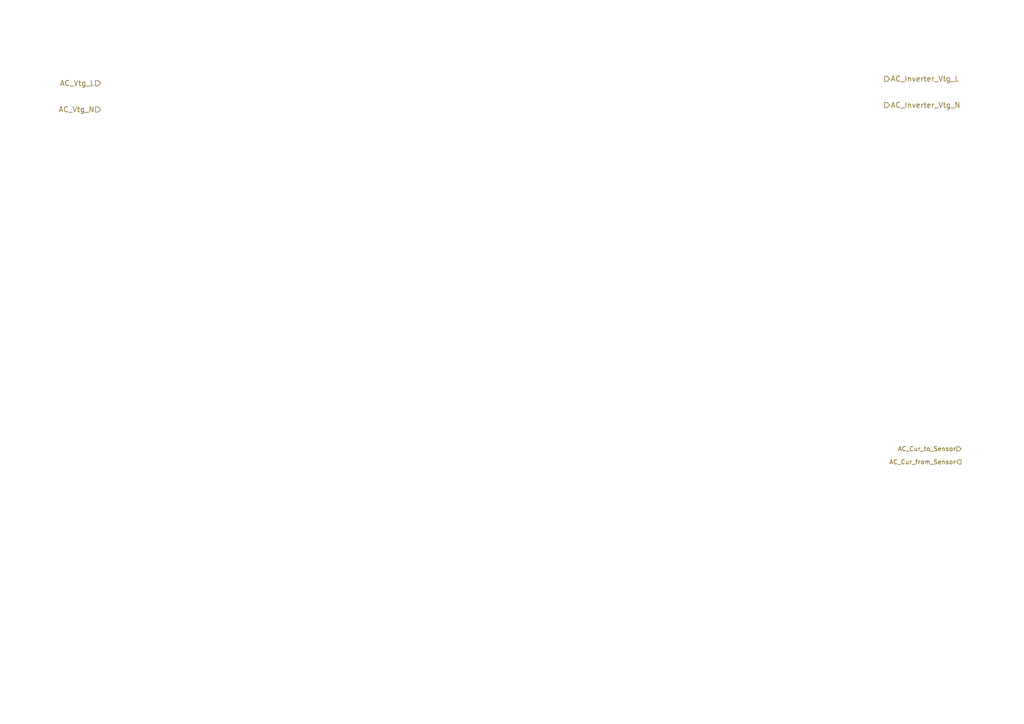
<source format=kicad_sch>
(kicad_sch (version 20211123) (generator eeschema)
  (paper "A4")
  (title_block (rev "0.1") (company "Open Source Solar Inverter Project"))
  (lib_symbols)
  (hierarchical_label "AC_Inverter_Vtg_L" (shape output) (at 256.54 22.86 0) (effects (font (size 1.524 1.524))))
  (hierarchical_label "AC_Vtg_N" (shape input) (at 29.21 31.75 180) (effects (font (size 1.524 1.524))))
  (hierarchical_label "AC_Cur_from_Sensor" (shape output) (at 278.765 133.985 180))
  (hierarchical_label "AC_Inverter_Vtg_N" (shape output) (at 256.54 30.48 0) (effects (font (size 1.524 1.524))))
  (hierarchical_label "AC_Cur_to_Sensor" (shape input) (at 278.765 130.175 180))
  (hierarchical_label "AC_Vtg_L" (shape input) (at 29.21 24.13 180) (effects (font (size 1.524 1.524))))
)
</source>
